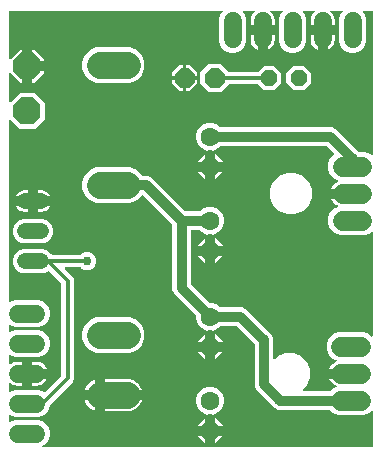
<source format=gbr>
G04 EAGLE Gerber RS-274X export*
G75*
%MOMM*%
%FSLAX34Y34*%
%LPD*%
%INBottom Copper*%
%IPPOS*%
%AMOC8*
5,1,8,0,0,1.08239X$1,22.5*%
G01*
%ADD10C,2.250000*%
%ADD11P,1.732040X8X292.500000*%
%ADD12C,1.600200*%
%ADD13C,1.676400*%
%ADD14C,1.320800*%
%ADD15P,1.429621X8X202.500000*%
%ADD16P,1.814519X8X202.500000*%
%ADD17C,1.524000*%
%ADD18P,2.474344X8X22.500000*%
%ADD19C,0.812800*%
%ADD20C,0.304800*%
%ADD21C,0.756400*%

G36*
X342668Y13974D02*
X342668Y13974D01*
X342687Y13972D01*
X342789Y13994D01*
X342891Y14010D01*
X342908Y14020D01*
X342928Y14024D01*
X343017Y14077D01*
X343108Y14126D01*
X343122Y14140D01*
X343139Y14150D01*
X343206Y14229D01*
X343278Y14304D01*
X343286Y14322D01*
X343299Y14337D01*
X343338Y14433D01*
X343381Y14527D01*
X343383Y14547D01*
X343391Y14565D01*
X343409Y14732D01*
X343409Y44166D01*
X343398Y44237D01*
X343396Y44309D01*
X343378Y44358D01*
X343370Y44409D01*
X343336Y44472D01*
X343311Y44540D01*
X343279Y44580D01*
X343254Y44626D01*
X343202Y44676D01*
X343158Y44732D01*
X343114Y44760D01*
X343076Y44796D01*
X343011Y44826D01*
X342951Y44865D01*
X342900Y44878D01*
X342853Y44899D01*
X342782Y44907D01*
X342712Y44925D01*
X342660Y44921D01*
X342609Y44927D01*
X342538Y44911D01*
X342467Y44906D01*
X342419Y44885D01*
X342368Y44874D01*
X342307Y44837D01*
X342241Y44809D01*
X342185Y44765D01*
X342157Y44748D01*
X342142Y44730D01*
X342110Y44705D01*
X340409Y43004D01*
X335927Y41147D01*
X314313Y41147D01*
X309831Y43004D01*
X307593Y45242D01*
X307519Y45295D01*
X307449Y45355D01*
X307419Y45367D01*
X307393Y45386D01*
X307306Y45413D01*
X307221Y45447D01*
X307180Y45451D01*
X307158Y45458D01*
X307126Y45457D01*
X307054Y45465D01*
X263621Y45465D01*
X260727Y46664D01*
X244650Y62741D01*
X243451Y65635D01*
X243451Y100697D01*
X243437Y100787D01*
X243429Y100878D01*
X243417Y100908D01*
X243412Y100940D01*
X243369Y101020D01*
X243333Y101104D01*
X243307Y101136D01*
X243296Y101157D01*
X243273Y101179D01*
X243228Y101235D01*
X228101Y116362D01*
X228027Y116415D01*
X227958Y116475D01*
X227928Y116487D01*
X227901Y116506D01*
X227814Y116533D01*
X227730Y116567D01*
X227689Y116571D01*
X227666Y116578D01*
X227634Y116577D01*
X227563Y116585D01*
X214885Y116585D01*
X214795Y116571D01*
X214704Y116563D01*
X214674Y116551D01*
X214642Y116546D01*
X214561Y116503D01*
X214478Y116467D01*
X214445Y116441D01*
X214425Y116430D01*
X214403Y116407D01*
X214347Y116362D01*
X212431Y114447D01*
X208089Y112648D01*
X203391Y112648D01*
X199049Y114447D01*
X195727Y117769D01*
X193928Y122111D01*
X193928Y124820D01*
X193914Y124910D01*
X193906Y125001D01*
X193894Y125031D01*
X193889Y125063D01*
X193846Y125143D01*
X193810Y125227D01*
X193784Y125259D01*
X193773Y125280D01*
X193750Y125302D01*
X193705Y125358D01*
X174934Y144129D01*
X173735Y147024D01*
X173735Y202163D01*
X173721Y202253D01*
X173713Y202344D01*
X173701Y202374D01*
X173696Y202406D01*
X173653Y202486D01*
X173617Y202570D01*
X173591Y202602D01*
X173580Y202623D01*
X173557Y202645D01*
X173512Y202701D01*
X148865Y227349D01*
X148848Y227361D01*
X148836Y227376D01*
X148749Y227432D01*
X148665Y227492D01*
X148646Y227498D01*
X148629Y227509D01*
X148528Y227534D01*
X148430Y227565D01*
X148410Y227564D01*
X148390Y227569D01*
X148288Y227561D01*
X148184Y227558D01*
X148165Y227552D01*
X148145Y227550D01*
X148051Y227510D01*
X147953Y227474D01*
X147937Y227461D01*
X147919Y227454D01*
X147788Y227349D01*
X143501Y223062D01*
X137966Y220769D01*
X109474Y220769D01*
X103939Y223062D01*
X99702Y227299D01*
X97409Y232834D01*
X97409Y238826D01*
X99702Y244361D01*
X103939Y248598D01*
X109474Y250891D01*
X137966Y250891D01*
X143501Y248598D01*
X147738Y244361D01*
X147815Y244175D01*
X147877Y244075D01*
X147937Y243975D01*
X147941Y243971D01*
X147945Y243966D01*
X148035Y243891D01*
X148124Y243815D01*
X148129Y243813D01*
X148134Y243809D01*
X148243Y243767D01*
X148352Y243723D01*
X148359Y243722D01*
X148364Y243721D01*
X148382Y243720D01*
X148518Y243705D01*
X153086Y243705D01*
X155981Y242506D01*
X184649Y213838D01*
X184723Y213785D01*
X184792Y213725D01*
X184822Y213713D01*
X184849Y213694D01*
X184936Y213667D01*
X185020Y213633D01*
X185061Y213629D01*
X185084Y213622D01*
X185116Y213623D01*
X185187Y213615D01*
X196595Y213615D01*
X196685Y213629D01*
X196776Y213637D01*
X196806Y213649D01*
X196838Y213654D01*
X196919Y213697D01*
X197002Y213733D01*
X197035Y213759D01*
X197055Y213770D01*
X197077Y213793D01*
X197133Y213838D01*
X199049Y215753D01*
X203391Y217552D01*
X208089Y217552D01*
X212431Y215753D01*
X215753Y212431D01*
X217552Y208089D01*
X217552Y203391D01*
X215753Y199049D01*
X212431Y195727D01*
X208089Y193928D01*
X203391Y193928D01*
X199049Y195727D01*
X197133Y197642D01*
X197059Y197695D01*
X196990Y197755D01*
X196960Y197767D01*
X196934Y197786D01*
X196847Y197813D01*
X196762Y197847D01*
X196721Y197851D01*
X196699Y197858D01*
X196666Y197857D01*
X196595Y197865D01*
X190246Y197865D01*
X190226Y197862D01*
X190207Y197864D01*
X190105Y197842D01*
X190003Y197826D01*
X189986Y197816D01*
X189966Y197812D01*
X189877Y197759D01*
X189786Y197710D01*
X189772Y197696D01*
X189755Y197686D01*
X189688Y197607D01*
X189616Y197532D01*
X189608Y197514D01*
X189595Y197499D01*
X189556Y197403D01*
X189513Y197309D01*
X189511Y197289D01*
X189503Y197271D01*
X189485Y197104D01*
X189485Y152167D01*
X189499Y152077D01*
X189507Y151986D01*
X189519Y151956D01*
X189524Y151924D01*
X189567Y151844D01*
X189603Y151760D01*
X189629Y151728D01*
X189640Y151707D01*
X189663Y151685D01*
X189708Y151629D01*
X204842Y136495D01*
X204916Y136442D01*
X204985Y136382D01*
X205015Y136370D01*
X205042Y136351D01*
X205129Y136324D01*
X205213Y136290D01*
X205254Y136286D01*
X205277Y136279D01*
X205309Y136280D01*
X205380Y136272D01*
X208089Y136272D01*
X212431Y134473D01*
X214347Y132558D01*
X214421Y132505D01*
X214490Y132445D01*
X214520Y132433D01*
X214546Y132414D01*
X214633Y132387D01*
X214718Y132353D01*
X214759Y132349D01*
X214781Y132342D01*
X214814Y132343D01*
X214885Y132335D01*
X232706Y132335D01*
X235601Y131136D01*
X258002Y108735D01*
X259201Y105840D01*
X259201Y89165D01*
X259212Y89094D01*
X259214Y89022D01*
X259232Y88973D01*
X259240Y88922D01*
X259274Y88859D01*
X259299Y88791D01*
X259331Y88751D01*
X259356Y88704D01*
X259408Y88655D01*
X259452Y88599D01*
X259496Y88571D01*
X259534Y88535D01*
X259599Y88505D01*
X259659Y88466D01*
X259710Y88453D01*
X259757Y88431D01*
X259828Y88424D01*
X259898Y88406D01*
X259950Y88410D01*
X260001Y88404D01*
X260072Y88420D01*
X260143Y88425D01*
X260191Y88446D01*
X260242Y88457D01*
X260303Y88493D01*
X260369Y88522D01*
X260425Y88566D01*
X260453Y88583D01*
X260468Y88601D01*
X260500Y88626D01*
X263046Y91172D01*
X269537Y93861D01*
X276563Y93861D01*
X283054Y91172D01*
X288022Y86204D01*
X290711Y79713D01*
X290711Y72687D01*
X288022Y66196D01*
X284340Y62514D01*
X284298Y62456D01*
X284249Y62404D01*
X284227Y62357D01*
X284197Y62315D01*
X284176Y62246D01*
X284145Y62181D01*
X284140Y62129D01*
X284124Y62079D01*
X284126Y62008D01*
X284118Y61937D01*
X284129Y61886D01*
X284131Y61834D01*
X284155Y61766D01*
X284171Y61696D01*
X284197Y61651D01*
X284215Y61603D01*
X284260Y61547D01*
X284297Y61485D01*
X284336Y61451D01*
X284369Y61411D01*
X284429Y61372D01*
X284484Y61325D01*
X284532Y61306D01*
X284576Y61278D01*
X284645Y61260D01*
X284712Y61233D01*
X284783Y61225D01*
X284814Y61217D01*
X284838Y61219D01*
X284879Y61215D01*
X307054Y61215D01*
X307144Y61229D01*
X307235Y61237D01*
X307265Y61249D01*
X307297Y61254D01*
X307378Y61297D01*
X307462Y61333D01*
X307494Y61359D01*
X307514Y61370D01*
X307537Y61393D01*
X307593Y61438D01*
X309831Y63676D01*
X312402Y64741D01*
X312438Y64763D01*
X312477Y64777D01*
X312541Y64828D01*
X312611Y64871D01*
X312638Y64903D01*
X312671Y64929D01*
X312716Y64997D01*
X312768Y65060D01*
X312783Y65100D01*
X312806Y65135D01*
X312827Y65214D01*
X312856Y65290D01*
X312858Y65332D01*
X312868Y65372D01*
X312863Y65454D01*
X312866Y65536D01*
X312855Y65576D01*
X312852Y65618D01*
X312821Y65693D01*
X312798Y65772D01*
X312774Y65806D01*
X312758Y65845D01*
X312704Y65907D01*
X312658Y65974D01*
X312624Y65999D01*
X312596Y66031D01*
X312467Y66116D01*
X312460Y66121D01*
X312458Y66121D01*
X312456Y66123D01*
X311013Y66858D01*
X309622Y67869D01*
X308407Y69084D01*
X307396Y70475D01*
X306616Y72007D01*
X306084Y73642D01*
X305920Y74677D01*
X324358Y74677D01*
X324378Y74680D01*
X324397Y74678D01*
X324499Y74700D01*
X324601Y74717D01*
X324618Y74726D01*
X324638Y74730D01*
X324727Y74783D01*
X324818Y74832D01*
X324832Y74846D01*
X324849Y74856D01*
X324916Y74935D01*
X324987Y75010D01*
X324996Y75028D01*
X325009Y75043D01*
X325047Y75139D01*
X325091Y75233D01*
X325093Y75253D01*
X325101Y75271D01*
X325119Y75438D01*
X325119Y76962D01*
X325116Y76982D01*
X325118Y77001D01*
X325096Y77103D01*
X325079Y77205D01*
X325070Y77222D01*
X325066Y77242D01*
X325013Y77331D01*
X324964Y77422D01*
X324950Y77436D01*
X324940Y77453D01*
X324861Y77520D01*
X324786Y77591D01*
X324768Y77600D01*
X324753Y77613D01*
X324657Y77652D01*
X324563Y77695D01*
X324543Y77697D01*
X324525Y77705D01*
X324358Y77723D01*
X305920Y77723D01*
X306084Y78758D01*
X306616Y80393D01*
X307396Y81925D01*
X308407Y83316D01*
X309622Y84531D01*
X311013Y85542D01*
X312456Y86277D01*
X312490Y86302D01*
X312528Y86319D01*
X312588Y86374D01*
X312654Y86423D01*
X312679Y86457D01*
X312709Y86485D01*
X312749Y86557D01*
X312796Y86624D01*
X312808Y86664D01*
X312828Y86701D01*
X312843Y86781D01*
X312866Y86860D01*
X312864Y86902D01*
X312872Y86943D01*
X312860Y87024D01*
X312857Y87106D01*
X312842Y87145D01*
X312836Y87186D01*
X312799Y87259D01*
X312770Y87336D01*
X312743Y87368D01*
X312724Y87406D01*
X312666Y87463D01*
X312614Y87526D01*
X312579Y87548D01*
X312549Y87578D01*
X312413Y87653D01*
X312406Y87657D01*
X312404Y87657D01*
X312402Y87659D01*
X309831Y88724D01*
X306402Y92153D01*
X304545Y96635D01*
X304545Y101485D01*
X306402Y105967D01*
X309831Y109396D01*
X314313Y111253D01*
X335927Y111253D01*
X340409Y109396D01*
X342110Y107695D01*
X342168Y107654D01*
X342220Y107604D01*
X342267Y107582D01*
X342309Y107552D01*
X342378Y107531D01*
X342443Y107501D01*
X342495Y107495D01*
X342545Y107479D01*
X342616Y107481D01*
X342687Y107473D01*
X342738Y107485D01*
X342790Y107486D01*
X342858Y107510D01*
X342928Y107526D01*
X342973Y107552D01*
X343021Y107570D01*
X343077Y107615D01*
X343139Y107652D01*
X343173Y107691D01*
X343213Y107724D01*
X343252Y107784D01*
X343299Y107839D01*
X343318Y107887D01*
X343346Y107931D01*
X343364Y108000D01*
X343391Y108067D01*
X343399Y108138D01*
X343407Y108169D01*
X343405Y108193D01*
X343409Y108234D01*
X343409Y195296D01*
X343398Y195367D01*
X343396Y195439D01*
X343378Y195488D01*
X343370Y195539D01*
X343336Y195602D01*
X343311Y195670D01*
X343279Y195710D01*
X343254Y195756D01*
X343202Y195806D01*
X343158Y195862D01*
X343114Y195890D01*
X343076Y195926D01*
X343011Y195956D01*
X342951Y195995D01*
X342900Y196008D01*
X342853Y196029D01*
X342782Y196037D01*
X342712Y196055D01*
X342660Y196051D01*
X342609Y196057D01*
X342538Y196041D01*
X342467Y196036D01*
X342419Y196015D01*
X342368Y196004D01*
X342307Y195967D01*
X342241Y195939D01*
X342185Y195895D01*
X342157Y195878D01*
X342142Y195860D01*
X342110Y195835D01*
X341679Y195403D01*
X337197Y193547D01*
X315583Y193547D01*
X311101Y195404D01*
X307672Y198833D01*
X305815Y203315D01*
X305815Y208165D01*
X307672Y212647D01*
X311101Y216076D01*
X313672Y217141D01*
X313708Y217163D01*
X313747Y217177D01*
X313811Y217228D01*
X313881Y217271D01*
X313908Y217303D01*
X313941Y217329D01*
X313986Y217397D01*
X314038Y217460D01*
X314053Y217500D01*
X314076Y217535D01*
X314097Y217614D01*
X314126Y217690D01*
X314128Y217732D01*
X314138Y217772D01*
X314133Y217854D01*
X314136Y217936D01*
X314125Y217976D01*
X314122Y218018D01*
X314091Y218093D01*
X314068Y218172D01*
X314044Y218206D01*
X314028Y218245D01*
X313974Y218307D01*
X313928Y218374D01*
X313894Y218399D01*
X313866Y218431D01*
X313737Y218516D01*
X313730Y218521D01*
X313728Y218521D01*
X313726Y218523D01*
X312283Y219258D01*
X310892Y220269D01*
X309677Y221484D01*
X308666Y222875D01*
X307886Y224407D01*
X307354Y226042D01*
X307190Y227077D01*
X325628Y227077D01*
X325648Y227080D01*
X325667Y227078D01*
X325769Y227100D01*
X325871Y227117D01*
X325888Y227126D01*
X325908Y227130D01*
X325997Y227183D01*
X326088Y227232D01*
X326102Y227246D01*
X326119Y227256D01*
X326186Y227335D01*
X326257Y227410D01*
X326266Y227428D01*
X326279Y227443D01*
X326317Y227539D01*
X326361Y227633D01*
X326363Y227653D01*
X326371Y227671D01*
X326389Y227838D01*
X326389Y229362D01*
X326386Y229382D01*
X326388Y229401D01*
X326366Y229503D01*
X326349Y229605D01*
X326340Y229622D01*
X326336Y229642D01*
X326283Y229731D01*
X326234Y229822D01*
X326220Y229836D01*
X326210Y229853D01*
X326131Y229920D01*
X326056Y229991D01*
X326038Y230000D01*
X326023Y230013D01*
X325927Y230052D01*
X325833Y230095D01*
X325813Y230097D01*
X325795Y230105D01*
X325628Y230123D01*
X307190Y230123D01*
X307354Y231158D01*
X307886Y232793D01*
X308666Y234325D01*
X309677Y235716D01*
X310892Y236931D01*
X312283Y237942D01*
X313726Y238677D01*
X313760Y238702D01*
X313798Y238719D01*
X313858Y238774D01*
X313924Y238823D01*
X313949Y238857D01*
X313979Y238885D01*
X314019Y238957D01*
X314066Y239024D01*
X314078Y239064D01*
X314098Y239101D01*
X314113Y239181D01*
X314136Y239260D01*
X314134Y239302D01*
X314142Y239343D01*
X314130Y239424D01*
X314127Y239506D01*
X314112Y239545D01*
X314106Y239586D01*
X314069Y239659D01*
X314040Y239736D01*
X314013Y239768D01*
X313994Y239806D01*
X313936Y239863D01*
X313884Y239926D01*
X313849Y239948D01*
X313819Y239978D01*
X313683Y240053D01*
X313676Y240057D01*
X313674Y240057D01*
X313672Y240059D01*
X311101Y241124D01*
X307672Y244553D01*
X305815Y249035D01*
X305815Y253885D01*
X307672Y258367D01*
X310646Y261341D01*
X310658Y261357D01*
X310673Y261370D01*
X310729Y261457D01*
X310789Y261541D01*
X310795Y261560D01*
X310806Y261577D01*
X310831Y261677D01*
X310862Y261776D01*
X310861Y261796D01*
X310866Y261815D01*
X310858Y261918D01*
X310855Y262022D01*
X310849Y262040D01*
X310847Y262060D01*
X310807Y262155D01*
X310771Y262253D01*
X310758Y262268D01*
X310751Y262287D01*
X310646Y262418D01*
X304301Y268762D01*
X304227Y268815D01*
X304158Y268875D01*
X304128Y268887D01*
X304101Y268906D01*
X304014Y268933D01*
X303930Y268967D01*
X303889Y268971D01*
X303866Y268978D01*
X303834Y268977D01*
X303763Y268985D01*
X214885Y268985D01*
X214795Y268971D01*
X214704Y268963D01*
X214674Y268951D01*
X214642Y268946D01*
X214561Y268903D01*
X214478Y268867D01*
X214445Y268841D01*
X214425Y268830D01*
X214403Y268807D01*
X214347Y268762D01*
X212431Y266847D01*
X208089Y265048D01*
X203391Y265048D01*
X199049Y266847D01*
X195727Y270169D01*
X193928Y274511D01*
X193928Y279209D01*
X195727Y283551D01*
X199049Y286873D01*
X203391Y288672D01*
X208089Y288672D01*
X212431Y286873D01*
X214347Y284958D01*
X214421Y284905D01*
X214490Y284845D01*
X214520Y284833D01*
X214546Y284814D01*
X214633Y284787D01*
X214718Y284753D01*
X214759Y284749D01*
X214781Y284742D01*
X214814Y284743D01*
X214885Y284735D01*
X308906Y284735D01*
X311801Y283536D01*
X331461Y263876D01*
X331535Y263823D01*
X331604Y263763D01*
X331634Y263751D01*
X331661Y263732D01*
X331748Y263705D01*
X331832Y263671D01*
X331873Y263667D01*
X331896Y263660D01*
X331928Y263661D01*
X331999Y263653D01*
X337197Y263653D01*
X341679Y261797D01*
X342110Y261365D01*
X342168Y261323D01*
X342220Y261274D01*
X342267Y261252D01*
X342309Y261222D01*
X342378Y261201D01*
X342443Y261171D01*
X342495Y261165D01*
X342545Y261149D01*
X342616Y261151D01*
X342687Y261143D01*
X342738Y261155D01*
X342790Y261156D01*
X342858Y261180D01*
X342928Y261196D01*
X342973Y261222D01*
X343021Y261240D01*
X343077Y261285D01*
X343139Y261322D01*
X343173Y261361D01*
X343213Y261394D01*
X343252Y261454D01*
X343299Y261509D01*
X343318Y261557D01*
X343346Y261601D01*
X343364Y261670D01*
X343391Y261737D01*
X343399Y261808D01*
X343407Y261839D01*
X343405Y261863D01*
X343409Y261904D01*
X343409Y382678D01*
X343406Y382698D01*
X343408Y382717D01*
X343386Y382819D01*
X343370Y382921D01*
X343360Y382938D01*
X343356Y382958D01*
X343303Y383047D01*
X343254Y383138D01*
X343240Y383152D01*
X343230Y383169D01*
X343151Y383236D01*
X343076Y383308D01*
X343058Y383316D01*
X343043Y383329D01*
X342947Y383368D01*
X342853Y383411D01*
X342833Y383413D01*
X342815Y383421D01*
X342648Y383439D01*
X335604Y383439D01*
X335533Y383428D01*
X335462Y383426D01*
X335413Y383408D01*
X335361Y383400D01*
X335298Y383366D01*
X335231Y383341D01*
X335190Y383309D01*
X335144Y383284D01*
X335095Y383232D01*
X335039Y383188D01*
X335010Y383144D01*
X334975Y383106D01*
X334944Y383041D01*
X334906Y382981D01*
X334893Y382930D01*
X334871Y382883D01*
X334863Y382812D01*
X334845Y382742D01*
X334850Y382690D01*
X334844Y382639D01*
X334859Y382568D01*
X334865Y382497D01*
X334885Y382449D01*
X334896Y382398D01*
X334933Y382337D01*
X334961Y382271D01*
X335006Y382215D01*
X335022Y382187D01*
X335040Y382172D01*
X335066Y382140D01*
X336080Y381125D01*
X337821Y376924D01*
X337821Y357136D01*
X336080Y352935D01*
X332865Y349720D01*
X328664Y347979D01*
X324116Y347979D01*
X319915Y349720D01*
X316700Y352935D01*
X314959Y357136D01*
X314959Y376924D01*
X316700Y381125D01*
X317714Y382140D01*
X317756Y382198D01*
X317805Y382250D01*
X317827Y382297D01*
X317858Y382339D01*
X317879Y382408D01*
X317909Y382473D01*
X317915Y382525D01*
X317930Y382575D01*
X317928Y382646D01*
X317936Y382717D01*
X317925Y382768D01*
X317924Y382820D01*
X317899Y382888D01*
X317884Y382958D01*
X317857Y383003D01*
X317839Y383051D01*
X317794Y383107D01*
X317758Y383169D01*
X317718Y383203D01*
X317686Y383243D01*
X317625Y383282D01*
X317571Y383329D01*
X317523Y383348D01*
X317479Y383376D01*
X317409Y383394D01*
X317343Y383421D01*
X317271Y383429D01*
X317240Y383437D01*
X317217Y383435D01*
X317176Y383439D01*
X308408Y383439D01*
X308337Y383428D01*
X308266Y383426D01*
X308217Y383408D01*
X308165Y383400D01*
X308102Y383366D01*
X308035Y383341D01*
X307994Y383309D01*
X307948Y383284D01*
X307899Y383232D01*
X307843Y383188D01*
X307814Y383144D01*
X307778Y383106D01*
X307748Y383041D01*
X307710Y382981D01*
X307697Y382930D01*
X307675Y382883D01*
X307667Y382812D01*
X307649Y382742D01*
X307654Y382690D01*
X307648Y382639D01*
X307663Y382568D01*
X307669Y382497D01*
X307689Y382449D01*
X307700Y382398D01*
X307737Y382337D01*
X307765Y382271D01*
X307810Y382215D01*
X307826Y382187D01*
X307844Y382172D01*
X307870Y382140D01*
X308740Y381269D01*
X309680Y379975D01*
X310406Y378550D01*
X310901Y377029D01*
X311151Y375450D01*
X311151Y368553D01*
X301752Y368553D01*
X301732Y368550D01*
X301713Y368552D01*
X301611Y368530D01*
X301509Y368513D01*
X301492Y368504D01*
X301472Y368500D01*
X301383Y368447D01*
X301292Y368398D01*
X301278Y368384D01*
X301261Y368374D01*
X301194Y368295D01*
X301123Y368220D01*
X301114Y368202D01*
X301101Y368187D01*
X301063Y368091D01*
X301019Y367997D01*
X301017Y367977D01*
X301009Y367959D01*
X300991Y367792D01*
X300991Y367029D01*
X300989Y367029D01*
X300989Y367792D01*
X300986Y367812D01*
X300988Y367831D01*
X300966Y367933D01*
X300949Y368035D01*
X300940Y368052D01*
X300936Y368072D01*
X300883Y368161D01*
X300834Y368252D01*
X300820Y368266D01*
X300810Y368283D01*
X300731Y368350D01*
X300656Y368421D01*
X300638Y368430D01*
X300623Y368443D01*
X300527Y368482D01*
X300433Y368525D01*
X300413Y368527D01*
X300395Y368535D01*
X300228Y368553D01*
X290829Y368553D01*
X290829Y375450D01*
X291079Y377029D01*
X291574Y378550D01*
X292300Y379975D01*
X293240Y381269D01*
X294110Y382140D01*
X294152Y382198D01*
X294202Y382250D01*
X294223Y382297D01*
X294254Y382339D01*
X294275Y382408D01*
X294305Y382473D01*
X294311Y382525D01*
X294326Y382575D01*
X294324Y382646D01*
X294332Y382717D01*
X294321Y382768D01*
X294320Y382820D01*
X294295Y382888D01*
X294280Y382958D01*
X294253Y383003D01*
X294235Y383051D01*
X294191Y383107D01*
X294154Y383169D01*
X294114Y383203D01*
X294082Y383243D01*
X294021Y383282D01*
X293967Y383329D01*
X293919Y383348D01*
X293875Y383376D01*
X293805Y383394D01*
X293739Y383421D01*
X293667Y383429D01*
X293636Y383437D01*
X293613Y383435D01*
X293572Y383439D01*
X284804Y383439D01*
X284733Y383428D01*
X284662Y383426D01*
X284613Y383408D01*
X284561Y383400D01*
X284498Y383366D01*
X284431Y383341D01*
X284390Y383309D01*
X284344Y383284D01*
X284295Y383232D01*
X284239Y383188D01*
X284210Y383144D01*
X284175Y383106D01*
X284144Y383041D01*
X284106Y382981D01*
X284093Y382930D01*
X284071Y382883D01*
X284063Y382812D01*
X284045Y382742D01*
X284050Y382690D01*
X284044Y382639D01*
X284059Y382568D01*
X284065Y382497D01*
X284085Y382449D01*
X284096Y382398D01*
X284133Y382337D01*
X284161Y382271D01*
X284206Y382215D01*
X284222Y382187D01*
X284240Y382172D01*
X284266Y382140D01*
X285280Y381125D01*
X287021Y376924D01*
X287021Y357136D01*
X285280Y352935D01*
X282065Y349720D01*
X277864Y347979D01*
X273316Y347979D01*
X269115Y349720D01*
X265900Y352935D01*
X264159Y357136D01*
X264159Y376924D01*
X265900Y381125D01*
X266914Y382140D01*
X266956Y382198D01*
X267005Y382250D01*
X267027Y382297D01*
X267058Y382339D01*
X267079Y382408D01*
X267109Y382473D01*
X267115Y382525D01*
X267130Y382575D01*
X267128Y382646D01*
X267136Y382717D01*
X267125Y382768D01*
X267124Y382820D01*
X267099Y382888D01*
X267084Y382958D01*
X267057Y383003D01*
X267039Y383051D01*
X266994Y383107D01*
X266958Y383169D01*
X266918Y383203D01*
X266886Y383243D01*
X266825Y383282D01*
X266771Y383329D01*
X266723Y383348D01*
X266679Y383376D01*
X266609Y383394D01*
X266543Y383421D01*
X266471Y383429D01*
X266440Y383437D01*
X266417Y383435D01*
X266376Y383439D01*
X257608Y383439D01*
X257537Y383428D01*
X257466Y383426D01*
X257417Y383408D01*
X257365Y383400D01*
X257302Y383366D01*
X257235Y383341D01*
X257194Y383309D01*
X257148Y383284D01*
X257099Y383232D01*
X257043Y383188D01*
X257014Y383144D01*
X256978Y383106D01*
X256948Y383041D01*
X256910Y382981D01*
X256897Y382930D01*
X256875Y382883D01*
X256867Y382812D01*
X256849Y382742D01*
X256854Y382690D01*
X256848Y382639D01*
X256863Y382568D01*
X256869Y382497D01*
X256889Y382449D01*
X256900Y382398D01*
X256937Y382337D01*
X256965Y382271D01*
X257010Y382215D01*
X257026Y382187D01*
X257044Y382172D01*
X257070Y382140D01*
X257940Y381269D01*
X258880Y379975D01*
X259606Y378550D01*
X260101Y377029D01*
X260351Y375450D01*
X260351Y368553D01*
X250952Y368553D01*
X250932Y368550D01*
X250913Y368552D01*
X250811Y368530D01*
X250709Y368513D01*
X250692Y368504D01*
X250672Y368500D01*
X250583Y368447D01*
X250492Y368398D01*
X250478Y368384D01*
X250461Y368374D01*
X250394Y368295D01*
X250323Y368220D01*
X250314Y368202D01*
X250301Y368187D01*
X250263Y368091D01*
X250219Y367997D01*
X250217Y367977D01*
X250209Y367959D01*
X250191Y367792D01*
X250191Y367029D01*
X250189Y367029D01*
X250189Y367792D01*
X250186Y367812D01*
X250188Y367831D01*
X250166Y367933D01*
X250149Y368035D01*
X250140Y368052D01*
X250136Y368072D01*
X250083Y368161D01*
X250034Y368252D01*
X250020Y368266D01*
X250010Y368283D01*
X249931Y368350D01*
X249856Y368421D01*
X249838Y368430D01*
X249823Y368443D01*
X249727Y368482D01*
X249633Y368525D01*
X249613Y368527D01*
X249595Y368535D01*
X249428Y368553D01*
X240029Y368553D01*
X240029Y375450D01*
X240279Y377029D01*
X240774Y378550D01*
X241500Y379975D01*
X242440Y381269D01*
X243310Y382140D01*
X243352Y382198D01*
X243402Y382250D01*
X243423Y382297D01*
X243454Y382339D01*
X243475Y382408D01*
X243505Y382473D01*
X243511Y382525D01*
X243526Y382575D01*
X243524Y382646D01*
X243532Y382717D01*
X243521Y382768D01*
X243520Y382820D01*
X243495Y382888D01*
X243480Y382958D01*
X243453Y383003D01*
X243435Y383051D01*
X243391Y383107D01*
X243354Y383169D01*
X243314Y383203D01*
X243282Y383243D01*
X243221Y383282D01*
X243167Y383329D01*
X243119Y383348D01*
X243075Y383376D01*
X243005Y383394D01*
X242939Y383421D01*
X242867Y383429D01*
X242836Y383437D01*
X242813Y383435D01*
X242772Y383439D01*
X234004Y383439D01*
X233933Y383428D01*
X233862Y383426D01*
X233813Y383408D01*
X233761Y383400D01*
X233698Y383366D01*
X233631Y383341D01*
X233590Y383309D01*
X233544Y383284D01*
X233495Y383232D01*
X233439Y383188D01*
X233410Y383144D01*
X233375Y383106D01*
X233344Y383041D01*
X233306Y382981D01*
X233293Y382930D01*
X233271Y382883D01*
X233263Y382812D01*
X233245Y382742D01*
X233250Y382690D01*
X233244Y382639D01*
X233259Y382568D01*
X233265Y382497D01*
X233285Y382449D01*
X233296Y382398D01*
X233333Y382337D01*
X233361Y382271D01*
X233406Y382215D01*
X233422Y382187D01*
X233440Y382172D01*
X233466Y382140D01*
X234480Y381125D01*
X236221Y376924D01*
X236221Y357136D01*
X234480Y352935D01*
X231265Y349720D01*
X227064Y347979D01*
X222516Y347979D01*
X218315Y349720D01*
X215100Y352935D01*
X213359Y357136D01*
X213359Y376924D01*
X215100Y381125D01*
X216114Y382140D01*
X216156Y382198D01*
X216205Y382250D01*
X216227Y382297D01*
X216258Y382339D01*
X216279Y382408D01*
X216309Y382473D01*
X216315Y382525D01*
X216330Y382575D01*
X216328Y382646D01*
X216336Y382717D01*
X216325Y382768D01*
X216324Y382820D01*
X216299Y382888D01*
X216284Y382958D01*
X216257Y383003D01*
X216239Y383051D01*
X216194Y383107D01*
X216158Y383169D01*
X216118Y383203D01*
X216086Y383243D01*
X216025Y383282D01*
X215971Y383329D01*
X215923Y383348D01*
X215879Y383376D01*
X215809Y383394D01*
X215743Y383421D01*
X215671Y383429D01*
X215640Y383437D01*
X215617Y383435D01*
X215576Y383439D01*
X36322Y383439D01*
X36302Y383436D01*
X36283Y383438D01*
X36181Y383416D01*
X36079Y383400D01*
X36062Y383390D01*
X36042Y383386D01*
X35953Y383333D01*
X35862Y383284D01*
X35848Y383270D01*
X35831Y383260D01*
X35764Y383181D01*
X35692Y383106D01*
X35684Y383088D01*
X35671Y383073D01*
X35632Y382977D01*
X35589Y382883D01*
X35587Y382863D01*
X35579Y382845D01*
X35561Y382678D01*
X35561Y342906D01*
X35572Y342835D01*
X35574Y342764D01*
X35592Y342715D01*
X35600Y342663D01*
X35634Y342600D01*
X35659Y342533D01*
X35691Y342492D01*
X35716Y342446D01*
X35768Y342397D01*
X35812Y342341D01*
X35856Y342312D01*
X35894Y342277D01*
X35959Y342246D01*
X36019Y342208D01*
X36070Y342195D01*
X36117Y342173D01*
X36188Y342165D01*
X36258Y342148D01*
X36310Y342152D01*
X36361Y342146D01*
X36432Y342161D01*
X36503Y342167D01*
X36551Y342187D01*
X36602Y342198D01*
X36663Y342235D01*
X36729Y342263D01*
X36785Y342308D01*
X36813Y342324D01*
X36828Y342342D01*
X36860Y342368D01*
X45013Y350521D01*
X49277Y350521D01*
X49277Y337312D01*
X49280Y337292D01*
X49278Y337273D01*
X49300Y337171D01*
X49317Y337069D01*
X49326Y337052D01*
X49330Y337032D01*
X49383Y336943D01*
X49432Y336852D01*
X49446Y336838D01*
X49456Y336821D01*
X49535Y336754D01*
X49610Y336683D01*
X49628Y336674D01*
X49643Y336661D01*
X49739Y336623D01*
X49833Y336579D01*
X49853Y336577D01*
X49871Y336569D01*
X50038Y336551D01*
X50801Y336551D01*
X50801Y336549D01*
X50038Y336549D01*
X50018Y336546D01*
X49999Y336548D01*
X49897Y336526D01*
X49795Y336509D01*
X49778Y336500D01*
X49758Y336496D01*
X49669Y336443D01*
X49578Y336394D01*
X49564Y336380D01*
X49547Y336370D01*
X49480Y336291D01*
X49409Y336216D01*
X49400Y336198D01*
X49387Y336183D01*
X49348Y336087D01*
X49305Y335993D01*
X49303Y335973D01*
X49295Y335955D01*
X49277Y335788D01*
X49277Y322579D01*
X45013Y322579D01*
X36860Y330732D01*
X36802Y330774D01*
X36750Y330823D01*
X36703Y330845D01*
X36661Y330876D01*
X36592Y330897D01*
X36527Y330927D01*
X36475Y330933D01*
X36425Y330948D01*
X36354Y330946D01*
X36283Y330954D01*
X36232Y330943D01*
X36180Y330942D01*
X36112Y330917D01*
X36042Y330902D01*
X35997Y330875D01*
X35949Y330857D01*
X35893Y330812D01*
X35831Y330776D01*
X35797Y330736D01*
X35757Y330704D01*
X35718Y330643D01*
X35671Y330589D01*
X35652Y330540D01*
X35624Y330497D01*
X35606Y330427D01*
X35579Y330361D01*
X35571Y330289D01*
X35563Y330258D01*
X35565Y330235D01*
X35561Y330194D01*
X35561Y306602D01*
X35572Y306531D01*
X35574Y306460D01*
X35592Y306411D01*
X35600Y306359D01*
X35634Y306296D01*
X35659Y306229D01*
X35691Y306188D01*
X35716Y306142D01*
X35768Y306093D01*
X35812Y306037D01*
X35856Y306009D01*
X35894Y305973D01*
X35959Y305942D01*
X36019Y305904D01*
X36070Y305891D01*
X36117Y305869D01*
X36188Y305861D01*
X36258Y305844D01*
X36310Y305848D01*
X36361Y305842D01*
X36432Y305857D01*
X36503Y305863D01*
X36551Y305883D01*
X36602Y305894D01*
X36663Y305931D01*
X36729Y305959D01*
X36785Y306004D01*
X36813Y306020D01*
X36828Y306038D01*
X36860Y306064D01*
X44487Y313691D01*
X57113Y313691D01*
X66041Y304763D01*
X66041Y292137D01*
X57113Y283209D01*
X44487Y283209D01*
X36860Y290836D01*
X36802Y290878D01*
X36750Y290927D01*
X36703Y290949D01*
X36661Y290980D01*
X36592Y291001D01*
X36527Y291031D01*
X36475Y291037D01*
X36425Y291052D01*
X36354Y291050D01*
X36283Y291058D01*
X36232Y291047D01*
X36180Y291046D01*
X36112Y291021D01*
X36042Y291006D01*
X35997Y290979D01*
X35949Y290961D01*
X35893Y290916D01*
X35831Y290880D01*
X35797Y290840D01*
X35757Y290807D01*
X35718Y290747D01*
X35671Y290693D01*
X35652Y290644D01*
X35624Y290601D01*
X35606Y290531D01*
X35579Y290465D01*
X35571Y290393D01*
X35563Y290362D01*
X35565Y290339D01*
X35561Y290298D01*
X35561Y137356D01*
X35568Y137311D01*
X35566Y137265D01*
X35588Y137190D01*
X35600Y137113D01*
X35622Y137073D01*
X35635Y137028D01*
X35679Y136964D01*
X35716Y136896D01*
X35749Y136864D01*
X35775Y136826D01*
X35838Y136780D01*
X35894Y136726D01*
X35936Y136707D01*
X35972Y136680D01*
X36046Y136655D01*
X36117Y136623D01*
X36163Y136618D01*
X36206Y136603D01*
X36284Y136604D01*
X36361Y136596D01*
X36406Y136605D01*
X36452Y136606D01*
X36584Y136644D01*
X36602Y136648D01*
X36606Y136650D01*
X36613Y136652D01*
X40906Y138431D01*
X60694Y138431D01*
X64895Y136690D01*
X68110Y133475D01*
X69851Y129274D01*
X69851Y124726D01*
X68110Y120525D01*
X64895Y117310D01*
X60694Y115569D01*
X40906Y115569D01*
X36613Y117348D01*
X36569Y117358D01*
X36527Y117377D01*
X36450Y117386D01*
X36374Y117404D01*
X36328Y117399D01*
X36283Y117404D01*
X36206Y117388D01*
X36129Y117381D01*
X36087Y117362D01*
X36042Y117352D01*
X35975Y117312D01*
X35904Y117281D01*
X35870Y117250D01*
X35831Y117226D01*
X35780Y117167D01*
X35723Y117114D01*
X35701Y117074D01*
X35671Y117039D01*
X35642Y116967D01*
X35605Y116899D01*
X35596Y116854D01*
X35579Y116811D01*
X35564Y116675D01*
X35561Y116657D01*
X35562Y116652D01*
X35561Y116644D01*
X35561Y111956D01*
X35568Y111911D01*
X35566Y111865D01*
X35588Y111790D01*
X35600Y111713D01*
X35622Y111673D01*
X35635Y111628D01*
X35679Y111564D01*
X35716Y111496D01*
X35749Y111464D01*
X35775Y111426D01*
X35838Y111380D01*
X35894Y111326D01*
X35936Y111307D01*
X35972Y111280D01*
X36046Y111255D01*
X36117Y111223D01*
X36163Y111218D01*
X36206Y111203D01*
X36284Y111204D01*
X36361Y111196D01*
X36406Y111205D01*
X36452Y111206D01*
X36584Y111244D01*
X36602Y111248D01*
X36606Y111250D01*
X36613Y111252D01*
X40906Y113031D01*
X60694Y113031D01*
X64895Y111290D01*
X68110Y108075D01*
X69851Y103874D01*
X69851Y99326D01*
X68110Y95125D01*
X64895Y91910D01*
X60694Y90169D01*
X40906Y90169D01*
X36613Y91948D01*
X36569Y91958D01*
X36527Y91977D01*
X36450Y91986D01*
X36374Y92004D01*
X36328Y91999D01*
X36283Y92004D01*
X36206Y91988D01*
X36129Y91981D01*
X36087Y91962D01*
X36042Y91952D01*
X35975Y91912D01*
X35904Y91881D01*
X35870Y91850D01*
X35831Y91826D01*
X35780Y91767D01*
X35723Y91714D01*
X35701Y91674D01*
X35671Y91639D01*
X35642Y91567D01*
X35605Y91499D01*
X35596Y91454D01*
X35579Y91411D01*
X35564Y91275D01*
X35561Y91257D01*
X35562Y91252D01*
X35561Y91244D01*
X35561Y84718D01*
X35563Y84706D01*
X35561Y84694D01*
X35582Y84585D01*
X35600Y84475D01*
X35606Y84464D01*
X35608Y84453D01*
X35664Y84356D01*
X35716Y84258D01*
X35724Y84249D01*
X35730Y84239D01*
X35813Y84165D01*
X35894Y84088D01*
X35905Y84083D01*
X35914Y84075D01*
X36016Y84031D01*
X36117Y83985D01*
X36129Y83983D01*
X36140Y83978D01*
X36251Y83970D01*
X36361Y83957D01*
X36373Y83960D01*
X36385Y83959D01*
X36493Y83986D01*
X36602Y84010D01*
X36612Y84016D01*
X36624Y84019D01*
X36769Y84102D01*
X37855Y84890D01*
X39280Y85616D01*
X40801Y86111D01*
X42380Y86361D01*
X49277Y86361D01*
X49277Y76962D01*
X49280Y76942D01*
X49278Y76923D01*
X49300Y76821D01*
X49317Y76719D01*
X49326Y76702D01*
X49330Y76682D01*
X49383Y76593D01*
X49432Y76502D01*
X49446Y76488D01*
X49456Y76471D01*
X49535Y76404D01*
X49610Y76333D01*
X49628Y76324D01*
X49643Y76311D01*
X49739Y76273D01*
X49833Y76229D01*
X49853Y76227D01*
X49871Y76219D01*
X50038Y76201D01*
X50801Y76201D01*
X50801Y76199D01*
X50038Y76199D01*
X50018Y76196D01*
X49999Y76198D01*
X49897Y76176D01*
X49795Y76159D01*
X49778Y76150D01*
X49758Y76146D01*
X49669Y76093D01*
X49578Y76044D01*
X49564Y76030D01*
X49547Y76020D01*
X49480Y75941D01*
X49409Y75866D01*
X49400Y75848D01*
X49387Y75833D01*
X49348Y75737D01*
X49305Y75643D01*
X49303Y75623D01*
X49295Y75605D01*
X49277Y75438D01*
X49277Y66039D01*
X42380Y66039D01*
X40801Y66289D01*
X39280Y66784D01*
X37855Y67510D01*
X36769Y68298D01*
X36759Y68304D01*
X36750Y68312D01*
X36649Y68359D01*
X36550Y68409D01*
X36538Y68410D01*
X36527Y68415D01*
X36416Y68428D01*
X36306Y68443D01*
X36294Y68441D01*
X36283Y68443D01*
X36174Y68419D01*
X36064Y68399D01*
X36054Y68393D01*
X36042Y68390D01*
X35946Y68333D01*
X35849Y68279D01*
X35841Y68270D01*
X35831Y68264D01*
X35759Y68179D01*
X35684Y68097D01*
X35679Y68086D01*
X35671Y68077D01*
X35629Y67974D01*
X35585Y67872D01*
X35584Y67860D01*
X35579Y67849D01*
X35561Y67682D01*
X35561Y61156D01*
X35563Y61141D01*
X35562Y61129D01*
X35568Y61101D01*
X35566Y61065D01*
X35588Y60990D01*
X35600Y60913D01*
X35622Y60873D01*
X35635Y60828D01*
X35679Y60764D01*
X35716Y60696D01*
X35749Y60664D01*
X35775Y60626D01*
X35838Y60580D01*
X35894Y60526D01*
X35936Y60507D01*
X35972Y60480D01*
X36046Y60455D01*
X36117Y60423D01*
X36163Y60418D01*
X36206Y60403D01*
X36284Y60404D01*
X36361Y60396D01*
X36406Y60405D01*
X36452Y60406D01*
X36584Y60444D01*
X36602Y60448D01*
X36606Y60450D01*
X36613Y60452D01*
X40906Y62231D01*
X60694Y62231D01*
X64956Y60465D01*
X65070Y60439D01*
X65183Y60410D01*
X65190Y60410D01*
X65196Y60409D01*
X65312Y60420D01*
X65428Y60429D01*
X65434Y60431D01*
X65440Y60432D01*
X65548Y60480D01*
X65655Y60525D01*
X65661Y60530D01*
X65665Y60532D01*
X65679Y60545D01*
X65786Y60630D01*
X79532Y74377D01*
X79585Y74451D01*
X79645Y74520D01*
X79657Y74550D01*
X79676Y74577D01*
X79703Y74663D01*
X79737Y74748D01*
X79741Y74789D01*
X79748Y74812D01*
X79747Y74844D01*
X79755Y74915D01*
X79755Y152415D01*
X79741Y152505D01*
X79733Y152596D01*
X79721Y152626D01*
X79716Y152658D01*
X79673Y152738D01*
X79637Y152822D01*
X79611Y152854D01*
X79600Y152875D01*
X79577Y152897D01*
X79532Y152953D01*
X69662Y162823D01*
X69646Y162835D01*
X69634Y162850D01*
X69546Y162907D01*
X69463Y162967D01*
X69444Y162973D01*
X69427Y162983D01*
X69326Y163009D01*
X69228Y163039D01*
X69208Y163039D01*
X69188Y163043D01*
X69085Y163035D01*
X68982Y163033D01*
X68963Y163026D01*
X68943Y163024D01*
X68848Y162984D01*
X68751Y162948D01*
X68735Y162936D01*
X68717Y162928D01*
X68586Y162823D01*
X68383Y162621D01*
X64556Y161035D01*
X47204Y161035D01*
X43376Y162621D01*
X40447Y165550D01*
X38861Y169378D01*
X38861Y173522D01*
X40447Y177350D01*
X43376Y180279D01*
X47204Y181865D01*
X64556Y181865D01*
X68384Y180279D01*
X71313Y177350D01*
X71352Y177255D01*
X71414Y177155D01*
X71474Y177055D01*
X71479Y177051D01*
X71482Y177046D01*
X71573Y176971D01*
X71661Y176895D01*
X71667Y176893D01*
X71672Y176889D01*
X71780Y176847D01*
X71889Y176803D01*
X71897Y176802D01*
X71901Y176801D01*
X71919Y176800D01*
X72056Y176785D01*
X95882Y176785D01*
X95972Y176799D01*
X96063Y176807D01*
X96092Y176819D01*
X96124Y176824D01*
X96205Y176867D01*
X96289Y176903D01*
X96321Y176929D01*
X96342Y176940D01*
X96364Y176963D01*
X96420Y177008D01*
X97299Y177887D01*
X100090Y179043D01*
X103110Y179043D01*
X105901Y177887D01*
X108037Y175751D01*
X109193Y172960D01*
X109193Y169940D01*
X108037Y167149D01*
X105901Y165013D01*
X103110Y163857D01*
X100090Y163857D01*
X97299Y165013D01*
X96420Y165892D01*
X96346Y165945D01*
X96277Y166005D01*
X96246Y166017D01*
X96220Y166036D01*
X96133Y166063D01*
X96048Y166097D01*
X96007Y166101D01*
X95985Y166108D01*
X95953Y166107D01*
X95882Y166115D01*
X83297Y166115D01*
X83226Y166104D01*
X83155Y166102D01*
X83106Y166084D01*
X83054Y166076D01*
X82991Y166042D01*
X82924Y166017D01*
X82883Y165985D01*
X82837Y165960D01*
X82788Y165909D01*
X82732Y165864D01*
X82703Y165820D01*
X82667Y165782D01*
X82637Y165717D01*
X82599Y165657D01*
X82586Y165606D01*
X82564Y165559D01*
X82556Y165488D01*
X82538Y165418D01*
X82543Y165366D01*
X82537Y165315D01*
X82552Y165244D01*
X82558Y165173D01*
X82578Y165125D01*
X82589Y165074D01*
X82626Y165013D01*
X82654Y164947D01*
X82699Y164891D01*
X82715Y164863D01*
X82733Y164848D01*
X82759Y164816D01*
X88005Y159570D01*
X89613Y157962D01*
X90425Y156001D01*
X90425Y71329D01*
X89613Y69368D01*
X88005Y67760D01*
X70074Y49829D01*
X70021Y49755D01*
X69961Y49686D01*
X69949Y49656D01*
X69930Y49630D01*
X69903Y49543D01*
X69869Y49458D01*
X69865Y49417D01*
X69858Y49394D01*
X69859Y49362D01*
X69851Y49291D01*
X69851Y48526D01*
X68110Y44325D01*
X64895Y41110D01*
X60694Y39369D01*
X40906Y39369D01*
X36613Y41148D01*
X36569Y41158D01*
X36527Y41177D01*
X36450Y41186D01*
X36374Y41204D01*
X36328Y41199D01*
X36283Y41204D01*
X36206Y41188D01*
X36129Y41181D01*
X36087Y41162D01*
X36042Y41152D01*
X35975Y41112D01*
X35904Y41081D01*
X35870Y41050D01*
X35831Y41026D01*
X35780Y40967D01*
X35723Y40914D01*
X35701Y40874D01*
X35671Y40839D01*
X35642Y40767D01*
X35605Y40699D01*
X35596Y40654D01*
X35579Y40611D01*
X35564Y40475D01*
X35561Y40457D01*
X35562Y40452D01*
X35561Y40444D01*
X35561Y35756D01*
X35568Y35711D01*
X35566Y35665D01*
X35588Y35590D01*
X35600Y35513D01*
X35622Y35473D01*
X35635Y35428D01*
X35679Y35364D01*
X35716Y35296D01*
X35749Y35264D01*
X35775Y35226D01*
X35838Y35180D01*
X35894Y35126D01*
X35936Y35107D01*
X35972Y35080D01*
X36046Y35055D01*
X36117Y35023D01*
X36163Y35018D01*
X36206Y35003D01*
X36284Y35004D01*
X36361Y34996D01*
X36406Y35005D01*
X36452Y35006D01*
X36584Y35044D01*
X36602Y35048D01*
X36606Y35050D01*
X36613Y35052D01*
X40906Y36831D01*
X60694Y36831D01*
X64895Y35090D01*
X68110Y31875D01*
X69851Y27674D01*
X69851Y23126D01*
X68110Y18925D01*
X64895Y15710D01*
X64233Y15435D01*
X64150Y15384D01*
X64064Y15338D01*
X64046Y15319D01*
X64024Y15306D01*
X63962Y15231D01*
X63895Y15160D01*
X63884Y15136D01*
X63867Y15116D01*
X63832Y15025D01*
X63791Y14937D01*
X63788Y14911D01*
X63779Y14887D01*
X63775Y14789D01*
X63764Y14693D01*
X63770Y14667D01*
X63768Y14641D01*
X63796Y14547D01*
X63816Y14452D01*
X63830Y14430D01*
X63837Y14405D01*
X63892Y14325D01*
X63942Y14241D01*
X63962Y14224D01*
X63977Y14203D01*
X64055Y14145D01*
X64129Y14081D01*
X64154Y14071D01*
X64175Y14056D01*
X64267Y14026D01*
X64358Y13989D01*
X64390Y13986D01*
X64408Y13980D01*
X64442Y13980D01*
X64524Y13971D01*
X342648Y13971D01*
X342668Y13974D01*
G37*
%LPC*%
G36*
X109474Y322369D02*
X109474Y322369D01*
X103939Y324662D01*
X99702Y328899D01*
X97409Y334434D01*
X97409Y340426D01*
X99702Y345961D01*
X103939Y350198D01*
X109474Y352491D01*
X137966Y352491D01*
X143501Y350198D01*
X147738Y345961D01*
X150031Y340426D01*
X150031Y334434D01*
X147738Y328899D01*
X143501Y324662D01*
X137966Y322369D01*
X109474Y322369D01*
G37*
%LPD*%
%LPC*%
G36*
X109474Y93769D02*
X109474Y93769D01*
X103939Y96062D01*
X99702Y100299D01*
X97409Y105834D01*
X97409Y111826D01*
X99702Y117361D01*
X103939Y121598D01*
X109474Y123891D01*
X137966Y123891D01*
X143501Y121598D01*
X147738Y117361D01*
X150031Y111826D01*
X150031Y105834D01*
X147738Y100299D01*
X143501Y96062D01*
X137966Y93769D01*
X109474Y93769D01*
G37*
%LPD*%
%LPC*%
G36*
X204500Y314197D02*
X204500Y314197D01*
X197357Y321340D01*
X197357Y331440D01*
X204500Y338583D01*
X214600Y338583D01*
X221235Y331948D01*
X221309Y331895D01*
X221379Y331835D01*
X221409Y331823D01*
X221435Y331804D01*
X221522Y331777D01*
X221607Y331743D01*
X221648Y331739D01*
X221670Y331732D01*
X221702Y331733D01*
X221774Y331725D01*
X245561Y331725D01*
X245651Y331739D01*
X245742Y331747D01*
X245772Y331759D01*
X245804Y331764D01*
X245884Y331807D01*
X245968Y331843D01*
X246000Y331869D01*
X246021Y331880D01*
X246043Y331903D01*
X246099Y331948D01*
X250956Y336805D01*
X259584Y336805D01*
X265685Y330704D01*
X265685Y322076D01*
X259584Y315975D01*
X250956Y315975D01*
X246099Y320832D01*
X246025Y320885D01*
X245956Y320945D01*
X245926Y320957D01*
X245899Y320976D01*
X245812Y321003D01*
X245728Y321037D01*
X245687Y321041D01*
X245664Y321048D01*
X245632Y321047D01*
X245561Y321055D01*
X221774Y321055D01*
X221684Y321041D01*
X221593Y321033D01*
X221563Y321021D01*
X221531Y321016D01*
X221450Y320973D01*
X221366Y320937D01*
X221334Y320911D01*
X221314Y320900D01*
X221291Y320877D01*
X221235Y320832D01*
X214600Y314197D01*
X204500Y314197D01*
G37*
%LPD*%
%LPC*%
G36*
X270807Y210939D02*
X270807Y210939D01*
X264316Y213628D01*
X259348Y218596D01*
X256659Y225087D01*
X256659Y232113D01*
X259348Y238604D01*
X264316Y243572D01*
X270807Y246261D01*
X277833Y246261D01*
X284324Y243572D01*
X289292Y238604D01*
X291981Y232113D01*
X291981Y225087D01*
X289292Y218596D01*
X284324Y213628D01*
X277833Y210939D01*
X270807Y210939D01*
G37*
%LPD*%
%LPC*%
G36*
X47204Y186435D02*
X47204Y186435D01*
X43376Y188021D01*
X40447Y190950D01*
X38861Y194778D01*
X38861Y198922D01*
X40447Y202750D01*
X43376Y205679D01*
X47204Y207265D01*
X64556Y207265D01*
X68384Y205679D01*
X71313Y202750D01*
X72899Y198922D01*
X72899Y194778D01*
X71313Y190950D01*
X68384Y188021D01*
X64556Y186435D01*
X47204Y186435D01*
G37*
%LPD*%
%LPC*%
G36*
X203391Y41528D02*
X203391Y41528D01*
X199049Y43327D01*
X195727Y46649D01*
X193928Y50991D01*
X193928Y55689D01*
X195727Y60031D01*
X199049Y63353D01*
X203391Y65152D01*
X208089Y65152D01*
X212431Y63353D01*
X215753Y60031D01*
X217552Y55689D01*
X217552Y50991D01*
X215753Y46649D01*
X212431Y43327D01*
X208089Y41528D01*
X203391Y41528D01*
G37*
%LPD*%
%LPC*%
G36*
X113993Y59553D02*
X113993Y59553D01*
X113993Y71821D01*
X136055Y71821D01*
X138199Y71481D01*
X140264Y70810D01*
X142198Y69825D01*
X143954Y68549D01*
X145489Y67014D01*
X146765Y65258D01*
X147750Y63324D01*
X148421Y61259D01*
X148691Y59553D01*
X113993Y59553D01*
G37*
%LPD*%
%LPC*%
G36*
X113993Y44239D02*
X113993Y44239D01*
X113993Y56507D01*
X148691Y56507D01*
X148421Y54801D01*
X147750Y52736D01*
X146765Y50802D01*
X145489Y49046D01*
X143954Y47511D01*
X142198Y46235D01*
X140264Y45250D01*
X138199Y44579D01*
X136055Y44239D01*
X113993Y44239D01*
G37*
%LPD*%
%LPC*%
G36*
X276356Y315975D02*
X276356Y315975D01*
X270255Y322076D01*
X270255Y330704D01*
X276356Y336805D01*
X284984Y336805D01*
X291085Y330704D01*
X291085Y322076D01*
X284984Y315975D01*
X276356Y315975D01*
G37*
%LPD*%
%LPC*%
G36*
X52323Y338073D02*
X52323Y338073D01*
X52323Y350521D01*
X56587Y350521D01*
X64771Y342337D01*
X64771Y338073D01*
X52323Y338073D01*
G37*
%LPD*%
%LPC*%
G36*
X52323Y322579D02*
X52323Y322579D01*
X52323Y335027D01*
X64771Y335027D01*
X64771Y330763D01*
X56587Y322579D01*
X52323Y322579D01*
G37*
%LPD*%
%LPC*%
G36*
X52323Y77723D02*
X52323Y77723D01*
X52323Y86361D01*
X59220Y86361D01*
X60799Y86111D01*
X62320Y85616D01*
X63745Y84890D01*
X65039Y83950D01*
X66170Y82819D01*
X67110Y81525D01*
X67836Y80100D01*
X68331Y78579D01*
X68466Y77723D01*
X52323Y77723D01*
G37*
%LPD*%
%LPC*%
G36*
X302513Y365507D02*
X302513Y365507D01*
X311151Y365507D01*
X311151Y358610D01*
X310901Y357031D01*
X310406Y355510D01*
X309680Y354085D01*
X308740Y352791D01*
X307609Y351660D01*
X306315Y350720D01*
X304890Y349994D01*
X303369Y349499D01*
X302513Y349364D01*
X302513Y365507D01*
G37*
%LPD*%
%LPC*%
G36*
X251713Y365507D02*
X251713Y365507D01*
X260351Y365507D01*
X260351Y358610D01*
X260101Y357031D01*
X259606Y355510D01*
X258880Y354085D01*
X257940Y352791D01*
X256809Y351660D01*
X255515Y350720D01*
X254090Y349994D01*
X252569Y349499D01*
X251713Y349364D01*
X251713Y365507D01*
G37*
%LPD*%
%LPC*%
G36*
X52323Y66039D02*
X52323Y66039D01*
X52323Y74677D01*
X68466Y74677D01*
X68331Y73821D01*
X67836Y72300D01*
X67110Y70875D01*
X66170Y69581D01*
X65039Y68450D01*
X63745Y67510D01*
X62320Y66784D01*
X60799Y66289D01*
X59220Y66039D01*
X52323Y66039D01*
G37*
%LPD*%
%LPC*%
G36*
X298611Y349499D02*
X298611Y349499D01*
X297090Y349994D01*
X295665Y350720D01*
X294371Y351660D01*
X293240Y352791D01*
X292300Y354085D01*
X291574Y355510D01*
X291079Y357031D01*
X290829Y358610D01*
X290829Y365507D01*
X299467Y365507D01*
X299467Y349364D01*
X298611Y349499D01*
G37*
%LPD*%
%LPC*%
G36*
X247811Y349499D02*
X247811Y349499D01*
X246290Y349994D01*
X244865Y350720D01*
X243571Y351660D01*
X242440Y352791D01*
X241500Y354085D01*
X240774Y355510D01*
X240279Y357031D01*
X240029Y358610D01*
X240029Y365507D01*
X248667Y365507D01*
X248667Y349364D01*
X247811Y349499D01*
G37*
%LPD*%
%LPC*%
G36*
X98749Y59553D02*
X98749Y59553D01*
X99019Y61259D01*
X99690Y63324D01*
X100675Y65258D01*
X101951Y67014D01*
X103486Y68549D01*
X105242Y69825D01*
X107176Y70810D01*
X109241Y71481D01*
X110947Y71751D01*
X110947Y59553D01*
X98749Y59553D01*
G37*
%LPD*%
%LPC*%
G36*
X109241Y44579D02*
X109241Y44579D01*
X107176Y45250D01*
X105242Y46235D01*
X103486Y47511D01*
X101951Y49046D01*
X100675Y50802D01*
X99690Y52736D01*
X99019Y54801D01*
X98749Y56507D01*
X110947Y56507D01*
X110947Y44309D01*
X109241Y44579D01*
G37*
%LPD*%
%LPC*%
G36*
X57403Y223773D02*
X57403Y223773D01*
X57403Y231395D01*
X63385Y231395D01*
X65151Y231043D01*
X66816Y230354D01*
X68314Y229353D01*
X69587Y228080D01*
X70588Y226582D01*
X71277Y224917D01*
X71505Y223773D01*
X57403Y223773D01*
G37*
%LPD*%
%LPC*%
G36*
X40255Y223773D02*
X40255Y223773D01*
X40483Y224917D01*
X41172Y226582D01*
X42173Y228080D01*
X43446Y229353D01*
X44944Y230354D01*
X46609Y231043D01*
X48375Y231395D01*
X54357Y231395D01*
X54357Y223773D01*
X40255Y223773D01*
G37*
%LPD*%
%LPC*%
G36*
X57403Y213105D02*
X57403Y213105D01*
X57403Y220727D01*
X71505Y220727D01*
X71277Y219583D01*
X70588Y217918D01*
X69587Y216420D01*
X68314Y215147D01*
X66816Y214146D01*
X65151Y213457D01*
X63385Y213105D01*
X57403Y213105D01*
G37*
%LPD*%
%LPC*%
G36*
X48375Y213105D02*
X48375Y213105D01*
X46609Y213457D01*
X44944Y214146D01*
X43446Y215147D01*
X42173Y216420D01*
X41172Y217918D01*
X40483Y219583D01*
X40255Y220727D01*
X54357Y220727D01*
X54357Y213105D01*
X48375Y213105D01*
G37*
%LPD*%
%LPC*%
G36*
X185673Y327913D02*
X185673Y327913D01*
X185673Y337313D01*
X188674Y337313D01*
X195073Y330914D01*
X195073Y327913D01*
X185673Y327913D01*
G37*
%LPD*%
%LPC*%
G36*
X173227Y327913D02*
X173227Y327913D01*
X173227Y330914D01*
X179626Y337313D01*
X182627Y337313D01*
X182627Y327913D01*
X173227Y327913D01*
G37*
%LPD*%
%LPC*%
G36*
X185673Y315467D02*
X185673Y315467D01*
X185673Y324867D01*
X195073Y324867D01*
X195073Y321866D01*
X188674Y315467D01*
X185673Y315467D01*
G37*
%LPD*%
%LPC*%
G36*
X179626Y315467D02*
X179626Y315467D01*
X173227Y321866D01*
X173227Y324867D01*
X182627Y324867D01*
X182627Y315467D01*
X179626Y315467D01*
G37*
%LPD*%
%LPC*%
G36*
X207263Y29463D02*
X207263Y29463D01*
X207263Y38482D01*
X210107Y38482D01*
X216282Y32307D01*
X216282Y29463D01*
X207263Y29463D01*
G37*
%LPD*%
%LPC*%
G36*
X207263Y252983D02*
X207263Y252983D01*
X207263Y262002D01*
X210107Y262002D01*
X216282Y255827D01*
X216282Y252983D01*
X207263Y252983D01*
G37*
%LPD*%
%LPC*%
G36*
X207263Y100583D02*
X207263Y100583D01*
X207263Y109602D01*
X210107Y109602D01*
X216282Y103427D01*
X216282Y100583D01*
X207263Y100583D01*
G37*
%LPD*%
%LPC*%
G36*
X207263Y181863D02*
X207263Y181863D01*
X207263Y190882D01*
X210107Y190882D01*
X216282Y184707D01*
X216282Y181863D01*
X207263Y181863D01*
G37*
%LPD*%
%LPC*%
G36*
X207263Y88518D02*
X207263Y88518D01*
X207263Y97537D01*
X216282Y97537D01*
X216282Y94693D01*
X210107Y88518D01*
X207263Y88518D01*
G37*
%LPD*%
%LPC*%
G36*
X195198Y252983D02*
X195198Y252983D01*
X195198Y255827D01*
X201373Y262002D01*
X204217Y262002D01*
X204217Y252983D01*
X195198Y252983D01*
G37*
%LPD*%
%LPC*%
G36*
X207263Y169798D02*
X207263Y169798D01*
X207263Y178817D01*
X216282Y178817D01*
X216282Y175973D01*
X210107Y169798D01*
X207263Y169798D01*
G37*
%LPD*%
%LPC*%
G36*
X195198Y181863D02*
X195198Y181863D01*
X195198Y184707D01*
X201373Y190882D01*
X204217Y190882D01*
X204217Y181863D01*
X195198Y181863D01*
G37*
%LPD*%
%LPC*%
G36*
X195198Y100583D02*
X195198Y100583D01*
X195198Y103427D01*
X201373Y109602D01*
X204217Y109602D01*
X204217Y100583D01*
X195198Y100583D01*
G37*
%LPD*%
%LPC*%
G36*
X207263Y240918D02*
X207263Y240918D01*
X207263Y249937D01*
X216282Y249937D01*
X216282Y247093D01*
X210107Y240918D01*
X207263Y240918D01*
G37*
%LPD*%
%LPC*%
G36*
X195198Y29463D02*
X195198Y29463D01*
X195198Y32307D01*
X201373Y38482D01*
X204217Y38482D01*
X204217Y29463D01*
X195198Y29463D01*
G37*
%LPD*%
%LPC*%
G36*
X207263Y17398D02*
X207263Y17398D01*
X207263Y26417D01*
X216282Y26417D01*
X216282Y23573D01*
X210107Y17398D01*
X207263Y17398D01*
G37*
%LPD*%
%LPC*%
G36*
X201373Y17398D02*
X201373Y17398D01*
X195198Y23573D01*
X195198Y26417D01*
X204217Y26417D01*
X204217Y17398D01*
X201373Y17398D01*
G37*
%LPD*%
%LPC*%
G36*
X201373Y88518D02*
X201373Y88518D01*
X195198Y94693D01*
X195198Y97537D01*
X204217Y97537D01*
X204217Y88518D01*
X201373Y88518D01*
G37*
%LPD*%
%LPC*%
G36*
X201373Y240918D02*
X201373Y240918D01*
X195198Y247093D01*
X195198Y249937D01*
X204217Y249937D01*
X204217Y240918D01*
X201373Y240918D01*
G37*
%LPD*%
%LPC*%
G36*
X201373Y169798D02*
X201373Y169798D01*
X195198Y175973D01*
X195198Y178817D01*
X204217Y178817D01*
X204217Y169798D01*
X201373Y169798D01*
G37*
%LPD*%
%LPC*%
G36*
X205739Y99059D02*
X205739Y99059D01*
X205739Y99061D01*
X205741Y99061D01*
X205741Y99059D01*
X205739Y99059D01*
G37*
%LPD*%
%LPC*%
G36*
X184149Y326389D02*
X184149Y326389D01*
X184149Y326391D01*
X184151Y326391D01*
X184151Y326389D01*
X184149Y326389D01*
G37*
%LPD*%
%LPC*%
G36*
X205739Y180339D02*
X205739Y180339D01*
X205739Y180341D01*
X205741Y180341D01*
X205741Y180339D01*
X205739Y180339D01*
G37*
%LPD*%
%LPC*%
G36*
X205739Y251459D02*
X205739Y251459D01*
X205739Y251461D01*
X205741Y251461D01*
X205741Y251459D01*
X205739Y251459D01*
G37*
%LPD*%
%LPC*%
G36*
X205739Y27939D02*
X205739Y27939D01*
X205739Y27941D01*
X205741Y27941D01*
X205741Y27939D01*
X205739Y27939D01*
G37*
%LPD*%
%LPC*%
G36*
X112469Y58029D02*
X112469Y58029D01*
X112469Y58031D01*
X112471Y58031D01*
X112471Y58029D01*
X112469Y58029D01*
G37*
%LPD*%
%LPC*%
G36*
X55879Y222249D02*
X55879Y222249D01*
X55879Y222251D01*
X55881Y222251D01*
X55881Y222249D01*
X55879Y222249D01*
G37*
%LPD*%
D10*
X112470Y58030D02*
X134970Y58030D01*
X134970Y108830D02*
X112470Y108830D01*
X112470Y235830D02*
X134970Y235830D01*
X134970Y337430D02*
X112470Y337430D01*
D11*
X205740Y180340D03*
D12*
X205740Y205740D03*
D11*
X205740Y251460D03*
D12*
X205740Y276860D03*
D11*
X205740Y99060D03*
D12*
X205740Y124460D03*
D11*
X205740Y27940D03*
D12*
X205740Y53340D03*
D13*
X318008Y205740D02*
X334772Y205740D01*
X334772Y228600D02*
X318008Y228600D01*
X318008Y251460D02*
X334772Y251460D01*
D14*
X62484Y171450D02*
X49276Y171450D01*
X49276Y222250D02*
X62484Y222250D01*
X62484Y196850D02*
X49276Y196850D01*
D15*
X280670Y326390D03*
X255270Y326390D03*
D16*
X209550Y326390D03*
X184150Y326390D03*
D17*
X326390Y359410D02*
X326390Y374650D01*
X300990Y374650D02*
X300990Y359410D01*
X275590Y359410D02*
X275590Y374650D01*
X250190Y374650D02*
X250190Y359410D01*
X224790Y359410D02*
X224790Y374650D01*
D18*
X50800Y336550D03*
X50800Y298450D03*
D17*
X58420Y25400D02*
X43180Y25400D01*
X43180Y50800D02*
X58420Y50800D01*
X58420Y76200D02*
X43180Y76200D01*
X43180Y101600D02*
X58420Y101600D01*
X58420Y127000D02*
X43180Y127000D01*
D13*
X316738Y53340D02*
X333502Y53340D01*
X333502Y76200D02*
X316738Y76200D01*
X316738Y99060D02*
X333502Y99060D01*
D19*
X326390Y228600D02*
X304800Y228600D01*
X250190Y349250D02*
X250190Y367030D01*
X300990Y367030D02*
X300990Y349250D01*
X50800Y336550D02*
X50800Y322580D01*
X50800Y336550D02*
X63500Y336550D01*
X50800Y336550D02*
X50800Y349250D01*
X112470Y58030D02*
X112470Y41200D01*
X113030Y40640D01*
X112470Y58030D02*
X99450Y58030D01*
X99355Y58125D01*
X112470Y58030D02*
X112470Y73100D01*
X113030Y73660D01*
X112470Y58030D02*
X148980Y58030D01*
X149860Y57150D01*
X69850Y76200D02*
X50800Y76200D01*
X50800Y66294D01*
X50800Y76200D02*
X50800Y86106D01*
X240284Y367030D02*
X250190Y367030D01*
X260096Y367030D01*
X291084Y367030D02*
X300990Y367030D01*
X310896Y367030D01*
X218440Y99060D02*
X205740Y99060D01*
X205740Y87630D01*
X205740Y99060D02*
X205740Y108585D01*
X205740Y99060D02*
X193040Y99060D01*
X205740Y27940D02*
X205740Y18034D01*
X205740Y27940D02*
X218440Y27940D01*
X205740Y27940D02*
X205740Y37465D01*
X205740Y27940D02*
X191770Y27940D01*
X193548Y180340D02*
X205740Y180340D01*
X219710Y180340D01*
X205740Y180340D02*
X205740Y189865D01*
X205740Y180340D02*
X205740Y166370D01*
X205740Y251460D02*
X219710Y251460D01*
X205740Y251460D02*
X205740Y260985D01*
X205740Y251460D02*
X191770Y251460D01*
X205740Y251460D02*
X205740Y237490D01*
X55880Y234950D02*
X55880Y222250D01*
X77470Y222250D01*
X55880Y222250D02*
X55880Y211328D01*
X55880Y222250D02*
X39624Y222250D01*
X304800Y76200D02*
X325120Y76200D01*
X151520Y235830D02*
X112470Y235830D01*
X181610Y205740D02*
X205740Y205740D01*
X181610Y205740D02*
X151520Y235830D01*
X181610Y148590D02*
X205740Y124460D01*
X181610Y148590D02*
X181610Y205740D01*
X205740Y124460D02*
X231140Y124460D01*
X265188Y53340D02*
X325120Y53340D01*
X265188Y53340D02*
X251326Y67202D01*
X251326Y104274D02*
X231140Y124460D01*
X251326Y104274D02*
X251326Y67202D01*
X205740Y276860D02*
X307340Y276860D01*
X326390Y257810D02*
X326390Y251460D01*
X326390Y257810D02*
X307340Y276860D01*
D20*
X255270Y326390D02*
X209550Y326390D01*
X68580Y171450D02*
X85090Y154940D01*
X68580Y171450D02*
X55880Y171450D01*
X85090Y72390D02*
X63500Y50800D01*
X85090Y72390D02*
X85090Y154940D01*
X63500Y50800D02*
X50800Y50800D01*
X55880Y171450D02*
X101600Y171450D01*
D21*
X101600Y171450D03*
M02*

</source>
